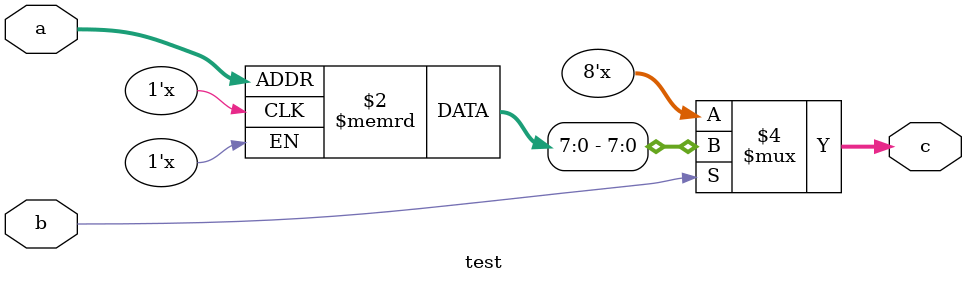
<source format=v>
module test(c,a,b);
reg [8:0] mem[0:4095]; //warning here, memory length bits too large
input [11:0] a;
input b;
output [7:0] c;
reg [7:0] c;
always @( a )
  if ( b )
    c = mem[a];
endmodule


</source>
